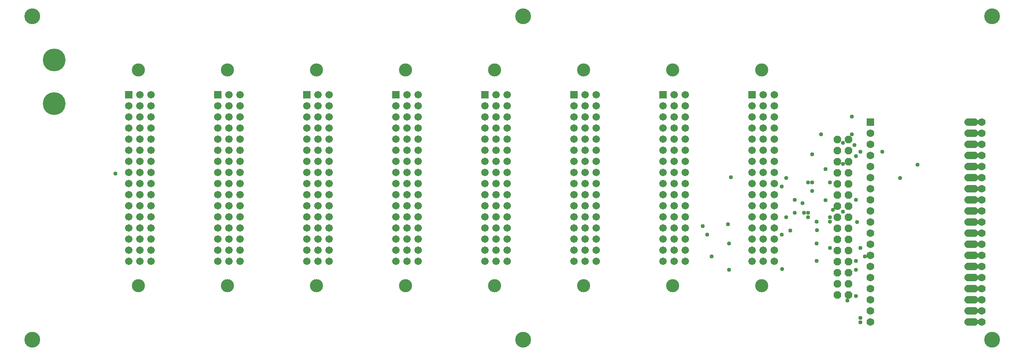
<source format=gbr>
G04 EAGLE Gerber RS-274X export*
G75*
%MOMM*%
%FSLAX34Y34*%
%LPD*%
%INSoldermask Bottom*%
%IPPOS*%
%AMOC8*
5,1,8,0,0,1.08239X$1,22.5*%
G01*
%ADD10C,3.603200*%
%ADD11C,2.993200*%
%ADD12R,1.711200X1.711200*%
%ADD13C,1.711200*%
%ADD14C,5.203200*%
%ADD15P,1.869504X8X112.500000*%
%ADD16R,1.763200X1.763200*%
%ADD17C,1.763200*%
%ADD18C,1.727200*%
%ADD19C,0.959600*%


D10*
X30000Y770000D03*
X30000Y30000D03*
X2220000Y30000D03*
X2220000Y770000D03*
X1150000Y770000D03*
X1150000Y30000D03*
D11*
X272400Y153100D03*
X272400Y646900D03*
D12*
X250000Y590500D03*
D13*
X250000Y565100D03*
X250000Y539700D03*
X250000Y514300D03*
X250000Y488900D03*
X250000Y463500D03*
X250000Y438100D03*
X250000Y412700D03*
X250000Y387300D03*
X250000Y361900D03*
X250000Y336500D03*
X250000Y311100D03*
X250000Y285700D03*
X250000Y260300D03*
X250000Y234900D03*
X250000Y209500D03*
X275400Y590500D03*
X275400Y565100D03*
X275400Y539700D03*
X275400Y514300D03*
X275400Y488900D03*
X275400Y463500D03*
X275400Y438100D03*
X275400Y412700D03*
X275400Y387300D03*
X275400Y361900D03*
X275400Y336500D03*
X275400Y311100D03*
X275400Y285700D03*
X275400Y260300D03*
X275400Y234900D03*
X275400Y209500D03*
X300800Y590500D03*
X300800Y565100D03*
X300800Y539700D03*
X300800Y514300D03*
X300800Y488900D03*
X300800Y463500D03*
X300800Y438100D03*
X300800Y412700D03*
X300800Y387300D03*
X300800Y361900D03*
X300800Y336500D03*
X300800Y311100D03*
X300800Y285700D03*
X300800Y260300D03*
X300800Y234900D03*
X300800Y209500D03*
D11*
X475600Y153100D03*
X475600Y646900D03*
D12*
X453200Y590500D03*
D13*
X453200Y565100D03*
X453200Y539700D03*
X453200Y514300D03*
X453200Y488900D03*
X453200Y463500D03*
X453200Y438100D03*
X453200Y412700D03*
X453200Y387300D03*
X453200Y361900D03*
X453200Y336500D03*
X453200Y311100D03*
X453200Y285700D03*
X453200Y260300D03*
X453200Y234900D03*
X453200Y209500D03*
X478600Y590500D03*
X478600Y565100D03*
X478600Y539700D03*
X478600Y514300D03*
X478600Y488900D03*
X478600Y463500D03*
X478600Y438100D03*
X478600Y412700D03*
X478600Y387300D03*
X478600Y361900D03*
X478600Y336500D03*
X478600Y311100D03*
X478600Y285700D03*
X478600Y260300D03*
X478600Y234900D03*
X478600Y209500D03*
X504000Y590500D03*
X504000Y565100D03*
X504000Y539700D03*
X504000Y514300D03*
X504000Y488900D03*
X504000Y463500D03*
X504000Y438100D03*
X504000Y412700D03*
X504000Y387300D03*
X504000Y361900D03*
X504000Y336500D03*
X504000Y311100D03*
X504000Y285700D03*
X504000Y260300D03*
X504000Y234900D03*
X504000Y209500D03*
D11*
X678800Y153100D03*
X678800Y646900D03*
D12*
X656400Y590500D03*
D13*
X656400Y565100D03*
X656400Y539700D03*
X656400Y514300D03*
X656400Y488900D03*
X656400Y463500D03*
X656400Y438100D03*
X656400Y412700D03*
X656400Y387300D03*
X656400Y361900D03*
X656400Y336500D03*
X656400Y311100D03*
X656400Y285700D03*
X656400Y260300D03*
X656400Y234900D03*
X656400Y209500D03*
X681800Y590500D03*
X681800Y565100D03*
X681800Y539700D03*
X681800Y514300D03*
X681800Y488900D03*
X681800Y463500D03*
X681800Y438100D03*
X681800Y412700D03*
X681800Y387300D03*
X681800Y361900D03*
X681800Y336500D03*
X681800Y311100D03*
X681800Y285700D03*
X681800Y260300D03*
X681800Y234900D03*
X681800Y209500D03*
X707200Y590500D03*
X707200Y565100D03*
X707200Y539700D03*
X707200Y514300D03*
X707200Y488900D03*
X707200Y463500D03*
X707200Y438100D03*
X707200Y412700D03*
X707200Y387300D03*
X707200Y361900D03*
X707200Y336500D03*
X707200Y311100D03*
X707200Y285700D03*
X707200Y260300D03*
X707200Y234900D03*
X707200Y209500D03*
D11*
X882000Y153100D03*
X882000Y646900D03*
D12*
X859600Y590500D03*
D13*
X859600Y565100D03*
X859600Y539700D03*
X859600Y514300D03*
X859600Y488900D03*
X859600Y463500D03*
X859600Y438100D03*
X859600Y412700D03*
X859600Y387300D03*
X859600Y361900D03*
X859600Y336500D03*
X859600Y311100D03*
X859600Y285700D03*
X859600Y260300D03*
X859600Y234900D03*
X859600Y209500D03*
X885000Y590500D03*
X885000Y565100D03*
X885000Y539700D03*
X885000Y514300D03*
X885000Y488900D03*
X885000Y463500D03*
X885000Y438100D03*
X885000Y412700D03*
X885000Y387300D03*
X885000Y361900D03*
X885000Y336500D03*
X885000Y311100D03*
X885000Y285700D03*
X885000Y260300D03*
X885000Y234900D03*
X885000Y209500D03*
X910400Y590500D03*
X910400Y565100D03*
X910400Y539700D03*
X910400Y514300D03*
X910400Y488900D03*
X910400Y463500D03*
X910400Y438100D03*
X910400Y412700D03*
X910400Y387300D03*
X910400Y361900D03*
X910400Y336500D03*
X910400Y311100D03*
X910400Y285700D03*
X910400Y260300D03*
X910400Y234900D03*
X910400Y209500D03*
D11*
X1085200Y153100D03*
X1085200Y646900D03*
D12*
X1062800Y590500D03*
D13*
X1062800Y565100D03*
X1062800Y539700D03*
X1062800Y514300D03*
X1062800Y488900D03*
X1062800Y463500D03*
X1062800Y438100D03*
X1062800Y412700D03*
X1062800Y387300D03*
X1062800Y361900D03*
X1062800Y336500D03*
X1062800Y311100D03*
X1062800Y285700D03*
X1062800Y260300D03*
X1062800Y234900D03*
X1062800Y209500D03*
X1088200Y590500D03*
X1088200Y565100D03*
X1088200Y539700D03*
X1088200Y514300D03*
X1088200Y488900D03*
X1088200Y463500D03*
X1088200Y438100D03*
X1088200Y412700D03*
X1088200Y387300D03*
X1088200Y361900D03*
X1088200Y336500D03*
X1088200Y311100D03*
X1088200Y285700D03*
X1088200Y260300D03*
X1088200Y234900D03*
X1088200Y209500D03*
X1113600Y590500D03*
X1113600Y565100D03*
X1113600Y539700D03*
X1113600Y514300D03*
X1113600Y488900D03*
X1113600Y463500D03*
X1113600Y438100D03*
X1113600Y412700D03*
X1113600Y387300D03*
X1113600Y361900D03*
X1113600Y336500D03*
X1113600Y311100D03*
X1113600Y285700D03*
X1113600Y260300D03*
X1113600Y234900D03*
X1113600Y209500D03*
D11*
X1288400Y153100D03*
X1288400Y646900D03*
D12*
X1266000Y590500D03*
D13*
X1266000Y565100D03*
X1266000Y539700D03*
X1266000Y514300D03*
X1266000Y488900D03*
X1266000Y463500D03*
X1266000Y438100D03*
X1266000Y412700D03*
X1266000Y387300D03*
X1266000Y361900D03*
X1266000Y336500D03*
X1266000Y311100D03*
X1266000Y285700D03*
X1266000Y260300D03*
X1266000Y234900D03*
X1266000Y209500D03*
X1291400Y590500D03*
X1291400Y565100D03*
X1291400Y539700D03*
X1291400Y514300D03*
X1291400Y488900D03*
X1291400Y463500D03*
X1291400Y438100D03*
X1291400Y412700D03*
X1291400Y387300D03*
X1291400Y361900D03*
X1291400Y336500D03*
X1291400Y311100D03*
X1291400Y285700D03*
X1291400Y260300D03*
X1291400Y234900D03*
X1291400Y209500D03*
X1316800Y590500D03*
X1316800Y565100D03*
X1316800Y539700D03*
X1316800Y514300D03*
X1316800Y488900D03*
X1316800Y463500D03*
X1316800Y438100D03*
X1316800Y412700D03*
X1316800Y387300D03*
X1316800Y361900D03*
X1316800Y336500D03*
X1316800Y311100D03*
X1316800Y285700D03*
X1316800Y260300D03*
X1316800Y234900D03*
X1316800Y209500D03*
D11*
X1491600Y153100D03*
X1491600Y646900D03*
D12*
X1469200Y590500D03*
D13*
X1469200Y565100D03*
X1469200Y539700D03*
X1469200Y514300D03*
X1469200Y488900D03*
X1469200Y463500D03*
X1469200Y438100D03*
X1469200Y412700D03*
X1469200Y387300D03*
X1469200Y361900D03*
X1469200Y336500D03*
X1469200Y311100D03*
X1469200Y285700D03*
X1469200Y260300D03*
X1469200Y234900D03*
X1469200Y209500D03*
X1494600Y590500D03*
X1494600Y565100D03*
X1494600Y539700D03*
X1494600Y514300D03*
X1494600Y488900D03*
X1494600Y463500D03*
X1494600Y438100D03*
X1494600Y412700D03*
X1494600Y387300D03*
X1494600Y361900D03*
X1494600Y336500D03*
X1494600Y311100D03*
X1494600Y285700D03*
X1494600Y260300D03*
X1494600Y234900D03*
X1494600Y209500D03*
X1520000Y590500D03*
X1520000Y565100D03*
X1520000Y539700D03*
X1520000Y514300D03*
X1520000Y488900D03*
X1520000Y463500D03*
X1520000Y438100D03*
X1520000Y412700D03*
X1520000Y387300D03*
X1520000Y361900D03*
X1520000Y336500D03*
X1520000Y311100D03*
X1520000Y285700D03*
X1520000Y260300D03*
X1520000Y234900D03*
X1520000Y209500D03*
D11*
X1694800Y153100D03*
X1694800Y646900D03*
D12*
X1672400Y590500D03*
D13*
X1672400Y565100D03*
X1672400Y539700D03*
X1672400Y514300D03*
X1672400Y488900D03*
X1672400Y463500D03*
X1672400Y438100D03*
X1672400Y412700D03*
X1672400Y387300D03*
X1672400Y361900D03*
X1672400Y336500D03*
X1672400Y311100D03*
X1672400Y285700D03*
X1672400Y260300D03*
X1672400Y234900D03*
X1672400Y209500D03*
X1697800Y590500D03*
X1697800Y565100D03*
X1697800Y539700D03*
X1697800Y514300D03*
X1697800Y488900D03*
X1697800Y463500D03*
X1697800Y438100D03*
X1697800Y412700D03*
X1697800Y387300D03*
X1697800Y361900D03*
X1697800Y336500D03*
X1697800Y311100D03*
X1697800Y285700D03*
X1697800Y260300D03*
X1697800Y234900D03*
X1697800Y209500D03*
X1723200Y590500D03*
X1723200Y565100D03*
X1723200Y539700D03*
X1723200Y514300D03*
X1723200Y488900D03*
X1723200Y463500D03*
X1723200Y438100D03*
X1723200Y412700D03*
X1723200Y387300D03*
X1723200Y361900D03*
X1723200Y336500D03*
X1723200Y311100D03*
X1723200Y285700D03*
X1723200Y260300D03*
X1723200Y234900D03*
X1723200Y209500D03*
D14*
X80000Y670000D03*
X80000Y570000D03*
D15*
X1892700Y132200D03*
X1867300Y132200D03*
X1892700Y157600D03*
X1867300Y157600D03*
X1892700Y183000D03*
X1867300Y183000D03*
X1892700Y208400D03*
X1867300Y208400D03*
X1892700Y233800D03*
X1867300Y233800D03*
X1892700Y259200D03*
X1867300Y259200D03*
X1892700Y284600D03*
X1867300Y284600D03*
X1892700Y310000D03*
X1867300Y310000D03*
X1892700Y335400D03*
X1867300Y335400D03*
X1892700Y360800D03*
X1867300Y360800D03*
X1892700Y386200D03*
X1867300Y386200D03*
X1892700Y411600D03*
X1867300Y411600D03*
X1892700Y437000D03*
X1867300Y437000D03*
X1892700Y462400D03*
X1867300Y462400D03*
X1892700Y487800D03*
X1867300Y487800D03*
D16*
X1943000Y527600D03*
D17*
X1943000Y502200D03*
X1943000Y70400D03*
X1943000Y476800D03*
X1943000Y451400D03*
X1943000Y426000D03*
X1943000Y400600D03*
X1943000Y375200D03*
X1943000Y349800D03*
X1943000Y324400D03*
X1943000Y299000D03*
X1943000Y273600D03*
X1943000Y248200D03*
X1943000Y222800D03*
X1943000Y197400D03*
X1943000Y172000D03*
X1943000Y146600D03*
X1943000Y121200D03*
X1943000Y95800D03*
X2197000Y527600D03*
X2197000Y502200D03*
X2197000Y476800D03*
X2197000Y451400D03*
X2197000Y426000D03*
X2197000Y400600D03*
X2197000Y375200D03*
X2197000Y349800D03*
X2197000Y324400D03*
X2197000Y299000D03*
X2197000Y273600D03*
X2197000Y248200D03*
X2197000Y222800D03*
X2197000Y197400D03*
X2197000Y172000D03*
X2197000Y146600D03*
X2197000Y121200D03*
X2197000Y95800D03*
X2197000Y70400D03*
D18*
X2180220Y70400D02*
X2164980Y70400D01*
X2164980Y95800D02*
X2180220Y95800D01*
X2180220Y121200D02*
X2164980Y121200D01*
X2164980Y146600D02*
X2180220Y146600D01*
X2180220Y172000D02*
X2164980Y172000D01*
X2164980Y197400D02*
X2180220Y197400D01*
X2180220Y222800D02*
X2164980Y222800D01*
X2164980Y248200D02*
X2180220Y248200D01*
X2180220Y273600D02*
X2164980Y273600D01*
X2164980Y299000D02*
X2180220Y299000D01*
X2180220Y324400D02*
X2164980Y324400D01*
X2164980Y349800D02*
X2180220Y349800D01*
X2180220Y375200D02*
X2164980Y375200D01*
X2164980Y400600D02*
X2180220Y400600D01*
X2180220Y426000D02*
X2164980Y426000D01*
X2164980Y451400D02*
X2180220Y451400D01*
X2180220Y476800D02*
X2164980Y476800D01*
X2164980Y502200D02*
X2180220Y502200D01*
X2180220Y527600D02*
X2164980Y527600D01*
D19*
X1900000Y540000D03*
X1740000Y380000D03*
X1750000Y400000D03*
X1970000Y460000D03*
X1900000Y500000D03*
X1617200Y294100D03*
X1620000Y250000D03*
X1620000Y190000D03*
X1920000Y80000D03*
X1920000Y70000D03*
X1580000Y220000D03*
X1570000Y270000D03*
X1560000Y290000D03*
X1800000Y310000D03*
X1910000Y450000D03*
X1920000Y460000D03*
X1820000Y300000D03*
X1857210Y327210D03*
X1624000Y401874D03*
X1880100Y322500D03*
X1910000Y350000D03*
X1912500Y299300D03*
X1930000Y220000D03*
X1910000Y210000D03*
X1850000Y240000D03*
X1820000Y250000D03*
X220000Y410000D03*
X1910000Y130000D03*
X1770000Y320000D03*
X1850000Y300000D03*
X1790912Y320000D03*
X1840000Y349000D03*
X1741350Y191350D03*
X1820500Y280500D03*
X1850000Y310000D03*
X1800000Y320000D03*
X1760000Y280000D03*
X1820000Y210000D03*
X1890000Y119274D03*
X1840000Y420000D03*
X2050000Y430000D03*
X2010000Y400000D03*
X1905900Y475200D03*
X1788000Y342000D03*
X1850000Y390000D03*
X1910000Y190000D03*
X1750000Y310000D03*
X1920000Y240000D03*
X1880000Y480000D03*
X1879999Y431921D03*
X1810000Y370000D03*
X1830000Y500000D03*
X1800000Y390000D03*
X1810000Y453990D03*
X1810000Y390000D03*
X1770000Y350000D03*
X1740000Y270000D03*
M02*

</source>
